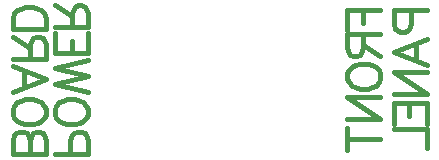
<source format=gbo>
G04*
G04 #@! TF.GenerationSoftware,Altium Limited,CircuitMaker,2.2.1 (2.2.1.6)*
G04*
G04 Layer_Color=13813960*
%FSLAX24Y24*%
%MOIN*%
G70*
G04*
G04 #@! TF.SameCoordinates,D96103DE-5CF1-4447-99B2-040B1386396B*
G04*
G04*
G04 #@! TF.FilePolarity,Positive*
G04*
G01*
G75*
%ADD34C,0.0150*%
D34*
X22425Y14700D02*
X22425Y14228D01*
X22373Y14070D01*
X22320Y14018D01*
X22215Y13965D01*
X22058Y13965D01*
X21953Y14018D01*
X21900Y14070D01*
X21848Y14228D01*
X21848Y14700D01*
X22950Y14700D01*
X22950Y12879D02*
X21848Y13299D01*
X22950Y13719D01*
X22583Y13561D02*
X22583Y13036D01*
X21848Y12622D02*
X22950Y12622D01*
X21848Y12622D02*
X22950Y11887D01*
X21848Y11887D02*
X22950Y11887D01*
X21848Y10900D02*
X21848Y11583D01*
X22950Y11583D01*
X22950Y10900D01*
X22373Y11583D02*
X22373Y11163D01*
X21848Y10717D02*
X22950Y10717D01*
X22950Y10087D01*
X10252Y9900D02*
X9150Y9900D01*
X10252Y9900D02*
X10252Y10372D01*
X10200Y10530D01*
X10147Y10582D01*
X10042Y10635D01*
X9937Y10635D01*
X9832Y10582D01*
X9780Y10530D01*
X9727Y10372D01*
X9727Y9900D02*
X9727Y10372D01*
X9675Y10530D01*
X9622Y10582D01*
X9517Y10635D01*
X9360Y10635D01*
X9255Y10582D01*
X9202Y10530D01*
X9150Y10372D01*
X9150Y9900D01*
X10252Y11196D02*
X10200Y11091D01*
X10095Y10986D01*
X9990Y10934D01*
X9832Y10881D01*
X9570Y10881D01*
X9412Y10934D01*
X9307Y10986D01*
X9202Y11091D01*
X9150Y11196D01*
X9150Y11406D01*
X9202Y11511D01*
X9307Y11616D01*
X9412Y11669D01*
X9570Y11721D01*
X9832Y11721D01*
X9990Y11669D01*
X10095Y11616D01*
X10200Y11511D01*
X10252Y11406D01*
X10252Y11196D01*
X9150Y12818D02*
X10252Y12398D01*
X9150Y11978D01*
X9517Y12136D02*
X9517Y12661D01*
X10252Y13075D02*
X9150Y13075D01*
X10252Y13075D02*
X10252Y13548D01*
X10200Y13705D01*
X10147Y13757D01*
X10042Y13810D01*
X9937Y13810D01*
X9832Y13757D01*
X9780Y13705D01*
X9727Y13548D01*
X9727Y13075D01*
X9727Y13443D02*
X9150Y13810D01*
X10252Y14057D02*
X9150Y14057D01*
X10252Y14057D02*
X10252Y14424D01*
X10200Y14581D01*
X10095Y14686D01*
X9990Y14739D01*
X9832Y14791D01*
X9570Y14791D01*
X9412Y14739D01*
X9307Y14686D01*
X9202Y14581D01*
X9150Y14424D01*
X9150Y14057D01*
X11075Y9900D02*
X11075Y10372D01*
X11127Y10530D01*
X11180Y10582D01*
X11285Y10635D01*
X11442Y10635D01*
X11547Y10582D01*
X11600Y10530D01*
X11652Y10372D01*
X11652Y9900D01*
X10550Y9900D01*
X11652Y11196D02*
X11600Y11091D01*
X11495Y10986D01*
X11390Y10934D01*
X11232Y10881D01*
X10970Y10881D01*
X10812Y10934D01*
X10707Y10986D01*
X10602Y11091D01*
X10550Y11196D01*
X10550Y11406D01*
X10602Y11511D01*
X10707Y11616D01*
X10812Y11669D01*
X10970Y11721D01*
X11232Y11721D01*
X11390Y11669D01*
X11495Y11616D01*
X11600Y11511D01*
X11652Y11406D01*
X11652Y11196D01*
X11652Y11978D02*
X10550Y12241D01*
X11652Y12503D02*
X10550Y12241D01*
X11652Y12503D02*
X10550Y12766D01*
X11652Y13028D02*
X10550Y12766D01*
X11652Y13931D02*
X11652Y13248D01*
X10550Y13248D01*
X10550Y13931D01*
X11127Y13248D02*
X11127Y13668D01*
X11652Y14114D02*
X10550Y14114D01*
X11652Y14114D02*
X11652Y14587D01*
X11600Y14744D01*
X11547Y14797D01*
X11442Y14849D01*
X11337Y14849D01*
X11232Y14797D01*
X11180Y14744D01*
X11127Y14587D01*
X11127Y14114D01*
X11127Y14482D02*
X10550Y14849D01*
X20298Y14700D02*
X21400Y14700D01*
X20298Y14700D02*
X20298Y14018D01*
X20823Y14700D02*
X20823Y14280D01*
X20298Y13892D02*
X21400Y13892D01*
X20298Y13892D02*
X20298Y13419D01*
X20350Y13262D01*
X20403Y13210D01*
X20508Y13157D01*
X20613Y13157D01*
X20718Y13210D01*
X20770Y13262D01*
X20823Y13419D01*
X20823Y13892D01*
X20823Y13524D02*
X21400Y13157D01*
X20298Y12595D02*
X20350Y12700D01*
X20455Y12805D01*
X20560Y12858D01*
X20718Y12910D01*
X20980Y12910D01*
X21138Y12858D01*
X21243Y12805D01*
X21348Y12700D01*
X21400Y12595D01*
X21400Y12386D01*
X21348Y12281D01*
X21243Y12176D01*
X21138Y12123D01*
X20980Y12071D01*
X20718Y12071D01*
X20560Y12123D01*
X20455Y12176D01*
X20350Y12281D01*
X20298Y12386D01*
X20298Y12595D01*
X20298Y11813D02*
X21400Y11813D01*
X20298Y11813D02*
X21400Y11079D01*
X20298Y11079D02*
X21400Y11079D01*
X20298Y10407D02*
X21400Y10407D01*
X20298Y10774D02*
X20298Y10040D01*
M02*

</source>
